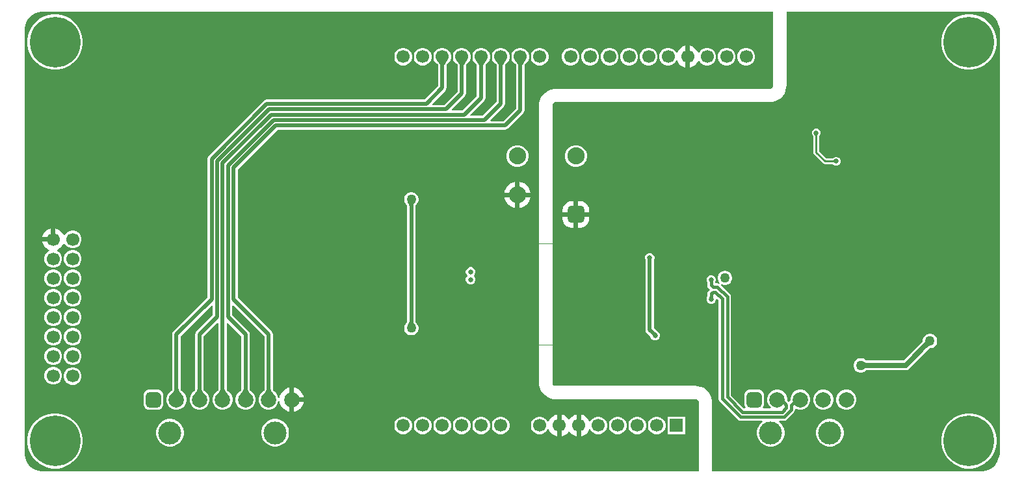
<source format=gbl>
G04*
G04 #@! TF.GenerationSoftware,Altium Limited,Altium Designer,22.8.2 (66)*
G04*
G04 Layer_Physical_Order=4*
G04 Layer_Color=16711680*
%FSLAX44Y44*%
%MOMM*%
G71*
G04*
G04 #@! TF.SameCoordinates,AF58AEFE-5498-464C-92CE-300A63243590*
G04*
G04*
G04 #@! TF.FilePolarity,Positive*
G04*
G01*
G75*
%ADD10C,0.2540*%
%ADD17C,0.0254*%
%ADD18C,0.0500*%
%ADD68C,0.6350*%
%ADD69C,0.5000*%
%ADD71C,0.3810*%
%ADD73C,3.0000*%
%ADD74C,2.0000*%
G04:AMPARAMS|DCode=75|XSize=2mm|YSize=2mm|CornerRadius=0.5mm|HoleSize=0mm|Usage=FLASHONLY|Rotation=180.000|XOffset=0mm|YOffset=0mm|HoleType=Round|Shape=RoundedRectangle|*
%AMROUNDEDRECTD75*
21,1,2.0000,1.0000,0,0,180.0*
21,1,1.0000,2.0000,0,0,180.0*
1,1,1.0000,-0.5000,0.5000*
1,1,1.0000,0.5000,0.5000*
1,1,1.0000,0.5000,-0.5000*
1,1,1.0000,-0.5000,-0.5000*
%
%ADD75ROUNDEDRECTD75*%
%ADD76C,1.7000*%
%ADD77R,1.7000X1.7000*%
%ADD78C,6.6000*%
%ADD79C,2.2400*%
G04:AMPARAMS|DCode=80|XSize=2.24mm|YSize=2.24mm|CornerRadius=0.56mm|HoleSize=0mm|Usage=FLASHONLY|Rotation=90.000|XOffset=0mm|YOffset=0mm|HoleType=Round|Shape=RoundedRectangle|*
%AMROUNDEDRECTD80*
21,1,2.2400,1.1200,0,0,90.0*
21,1,1.1200,2.2400,0,0,90.0*
1,1,1.1200,0.5600,0.5600*
1,1,1.1200,0.5600,-0.5600*
1,1,1.1200,-0.5600,-0.5600*
1,1,1.1200,-0.5600,0.5600*
%
%ADD80ROUNDEDRECTD80*%
%ADD81C,0.6350*%
%ADD82C,0.5500*%
%ADD83C,1.2700*%
%ADD84C,0.2540*%
G36*
X1256950Y601270D02*
X1259412D01*
X1264242Y600309D01*
X1268792Y598425D01*
X1272887Y595689D01*
X1276369Y592207D01*
X1279105Y588112D01*
X1280989Y583562D01*
X1281950Y578732D01*
Y576270D01*
Y26270D01*
Y23808D01*
X1280989Y18978D01*
X1279105Y14428D01*
X1276369Y10333D01*
X1272887Y6851D01*
X1268792Y4115D01*
X1264242Y2231D01*
X1259412Y1270D01*
X907624D01*
Y91550D01*
X907522Y93641D01*
X906706Y97744D01*
X905105Y101608D01*
X902781Y105085D01*
X899824Y108043D01*
X896346Y110367D01*
X892482Y111967D01*
X888380Y112783D01*
X886288Y112886D01*
X702892D01*
X701398Y113505D01*
X700255Y114648D01*
X699636Y116142D01*
Y116950D01*
Y478800D01*
Y479608D01*
X700255Y481102D01*
X701398Y482245D01*
X702892Y482864D01*
X982909D01*
X985000Y482967D01*
X989102Y483783D01*
X992966Y485383D01*
X996444Y487707D01*
X999402Y490665D01*
X1001725Y494142D01*
X1003326Y498007D01*
X1004142Y502109D01*
X1004245Y504200D01*
Y601270D01*
X1256950Y601270D01*
D02*
G37*
G36*
X986973Y504200D02*
Y503392D01*
X986354Y501898D01*
X985211Y500755D01*
X983717Y500136D01*
X703700D01*
X701609Y500033D01*
X697506Y499217D01*
X693642Y497617D01*
X690165Y495293D01*
X687207Y492335D01*
X684883Y488858D01*
X683283Y484994D01*
X682467Y480891D01*
X682364Y478800D01*
Y116950D01*
X682467Y114859D01*
X683283Y110757D01*
X684883Y106892D01*
X687207Y103415D01*
X690165Y100457D01*
X693642Y98133D01*
X697506Y96533D01*
X701609Y95717D01*
X703700Y95614D01*
X887097D01*
X888590Y94995D01*
X889734Y93852D01*
X890352Y92358D01*
Y91550D01*
Y1270D01*
X36950D01*
X34488Y1270D01*
X29658Y2231D01*
X25108Y4115D01*
X21013Y6851D01*
X17531Y10333D01*
X14795Y14428D01*
X12911Y18978D01*
X11950Y23808D01*
Y26270D01*
Y576270D01*
X11950Y578732D01*
X12911Y583562D01*
X14795Y588112D01*
X17531Y592207D01*
X21013Y595689D01*
X25108Y598425D01*
X29658Y600309D01*
X34488Y601270D01*
X36950D01*
X986973Y601270D01*
Y504200D01*
D02*
G37*
%LPC*%
G36*
X1244765Y597270D02*
X1239098D01*
X1233501Y596384D01*
X1228112Y594632D01*
X1223063Y592060D01*
X1218479Y588729D01*
X1214472Y584722D01*
X1211142Y580138D01*
X1208569Y575089D01*
X1206818Y569700D01*
X1205931Y564103D01*
Y558437D01*
X1206818Y552840D01*
X1208569Y547451D01*
X1211142Y542402D01*
X1214472Y537817D01*
X1218479Y533811D01*
X1223063Y530480D01*
X1228112Y527907D01*
X1233501Y526156D01*
X1239098Y525270D01*
X1244765D01*
X1250361Y526156D01*
X1255751Y527907D01*
X1260799Y530480D01*
X1265384Y533811D01*
X1269391Y537817D01*
X1272721Y542402D01*
X1275294Y547451D01*
X1277045Y552840D01*
X1277931Y558437D01*
Y564103D01*
X1277045Y569700D01*
X1275294Y575089D01*
X1272721Y580138D01*
X1269391Y584722D01*
X1265384Y588729D01*
X1260799Y592060D01*
X1255751Y594632D01*
X1250361Y596384D01*
X1244765Y597270D01*
D02*
G37*
G36*
X1044119Y448625D02*
X1041881D01*
X1039814Y447769D01*
X1038231Y446186D01*
X1037375Y444119D01*
Y441881D01*
X1038231Y439814D01*
X1039115Y438930D01*
Y417500D01*
X1039411Y416013D01*
X1040253Y414753D01*
X1051753Y403253D01*
X1053013Y402411D01*
X1054500Y402115D01*
X1064930D01*
X1065814Y401231D01*
X1067881Y400375D01*
X1070119D01*
X1072186Y401231D01*
X1073769Y402814D01*
X1074625Y404881D01*
Y407119D01*
X1073769Y409186D01*
X1072186Y410769D01*
X1070119Y411625D01*
X1067881D01*
X1065814Y410769D01*
X1064930Y409885D01*
X1056109D01*
X1046885Y419109D01*
Y438930D01*
X1047769Y439814D01*
X1048625Y441881D01*
Y444119D01*
X1047769Y446186D01*
X1046186Y447769D01*
X1044119Y448625D01*
D02*
G37*
G36*
X732120Y426950D02*
X728381D01*
X724769Y425982D01*
X721531Y424113D01*
X718887Y421469D01*
X717018Y418231D01*
X716050Y414619D01*
Y410881D01*
X717018Y407269D01*
X718887Y404031D01*
X721531Y401387D01*
X724769Y399518D01*
X728381Y398550D01*
X732120D01*
X735731Y399518D01*
X738969Y401387D01*
X741613Y404031D01*
X743482Y407269D01*
X744450Y410881D01*
Y414619D01*
X743482Y418231D01*
X741613Y421469D01*
X738969Y424113D01*
X735731Y425982D01*
X732120Y426950D01*
D02*
G37*
G36*
X735850Y353850D02*
X733250D01*
Y339550D01*
X747550D01*
Y342150D01*
X747151Y345178D01*
X745983Y348000D01*
X744123Y350423D01*
X741700Y352283D01*
X738878Y353451D01*
X735850Y353850D01*
D02*
G37*
G36*
X727250D02*
X724650D01*
X721622Y353451D01*
X718800Y352283D01*
X716377Y350423D01*
X714517Y348000D01*
X713349Y345178D01*
X712950Y342150D01*
Y339550D01*
X727250D01*
Y353850D01*
D02*
G37*
G36*
X747550Y333550D02*
X733250D01*
Y319250D01*
X735850D01*
X738878Y319649D01*
X741700Y320817D01*
X744123Y322677D01*
X745983Y325100D01*
X747151Y327922D01*
X747550Y330950D01*
Y333550D01*
D02*
G37*
G36*
X727250D02*
X712950D01*
Y330950D01*
X713349Y327922D01*
X714517Y325100D01*
X716377Y322677D01*
X718800Y320817D01*
X721622Y319649D01*
X724650Y319250D01*
X727250D01*
Y333550D01*
D02*
G37*
G36*
X925481Y263100D02*
X923019D01*
X920641Y262463D01*
X918509Y261232D01*
X916768Y259491D01*
X915537Y257359D01*
X914900Y254981D01*
Y252519D01*
X915537Y250141D01*
X916768Y248009D01*
X917508Y247269D01*
X916698Y246283D01*
X916290Y246555D01*
X914376Y246936D01*
X912521D01*
X912347Y247091D01*
X911777Y248206D01*
X912533Y250032D01*
Y252488D01*
X911593Y254758D01*
X909856Y256495D01*
X907586Y257435D01*
X905130D01*
X902860Y256495D01*
X901123Y254758D01*
X900183Y252488D01*
Y250032D01*
X901123Y247762D01*
X901357Y247528D01*
Y244167D01*
X901738Y242253D01*
X902822Y240631D01*
X904692Y238760D01*
X902822Y236889D01*
X901738Y235267D01*
X901357Y233353D01*
Y229992D01*
X901123Y229758D01*
X900183Y227488D01*
Y225032D01*
X901123Y222762D01*
X902860Y221025D01*
X905130Y220085D01*
X907586D01*
X909856Y221025D01*
X911593Y222762D01*
X912533Y225032D01*
Y225930D01*
X913803Y226456D01*
X915868Y224391D01*
Y96003D01*
X916248Y94089D01*
X917333Y92466D01*
X940945Y68854D01*
X942568Y67770D01*
X944482Y67389D01*
X972615D01*
X972983Y66174D01*
X972397Y65781D01*
X969890Y63274D01*
X967920Y60326D01*
X966563Y57050D01*
X965871Y53573D01*
Y50027D01*
X966563Y46550D01*
X967920Y43274D01*
X969890Y40326D01*
X972397Y37819D01*
X975345Y35849D01*
X978621Y34492D01*
X982098Y33800D01*
X985644D01*
X989121Y34492D01*
X992397Y35849D01*
X995345Y37819D01*
X997852Y40326D01*
X999822Y43274D01*
X1001179Y46550D01*
X1001871Y50027D01*
Y53573D01*
X1001179Y57050D01*
X999822Y60326D01*
X997852Y63274D01*
X995345Y65781D01*
X994759Y66174D01*
X995127Y67389D01*
X1000966D01*
X1002879Y67770D01*
X1004502Y68854D01*
X1014082Y78434D01*
X1015166Y80056D01*
X1015547Y81970D01*
Y82659D01*
X1016647Y83294D01*
X1017353Y82886D01*
X1020659Y82000D01*
X1024082D01*
X1027389Y82886D01*
X1030353Y84597D01*
X1032774Y87018D01*
X1034485Y89982D01*
X1035371Y93288D01*
Y96712D01*
X1034485Y100018D01*
X1032774Y102982D01*
X1030353Y105403D01*
X1027389Y107114D01*
X1024082Y108000D01*
X1020659D01*
X1017353Y107114D01*
X1014389Y105403D01*
X1011968Y102982D01*
X1010257Y100018D01*
X1009371Y96712D01*
Y93611D01*
X1009242Y93525D01*
X1007371Y91655D01*
X1005500Y93525D01*
X1005371Y93611D01*
Y96712D01*
X1004485Y100018D01*
X1002774Y102982D01*
X1000353Y105403D01*
X997389Y107114D01*
X994082Y108000D01*
X990659D01*
X987353Y107114D01*
X984389Y105403D01*
X981968Y102982D01*
X980257Y100018D01*
X979371Y96712D01*
Y93288D01*
X980257Y89982D01*
X981968Y87018D01*
X983975Y85011D01*
X983449Y83741D01*
X974253D01*
X973627Y85011D01*
X974359Y85965D01*
X975165Y87912D01*
X975440Y90000D01*
Y100000D01*
X975165Y102088D01*
X974359Y104035D01*
X973077Y105706D01*
X971406Y106988D01*
X969460Y107794D01*
X967371Y108069D01*
X957371D01*
X955283Y107794D01*
X953336Y106988D01*
X951665Y105706D01*
X950383Y104035D01*
X949577Y102088D01*
X949302Y100000D01*
Y90000D01*
X949577Y87912D01*
X950383Y85965D01*
X951115Y85011D01*
X950489Y83741D01*
X949183D01*
X932220Y100704D01*
Y229093D01*
X931839Y231006D01*
X930755Y232629D01*
X918682Y244701D01*
X919462Y245718D01*
X920641Y245037D01*
X923019Y244400D01*
X925481D01*
X927859Y245037D01*
X929991Y246268D01*
X931732Y248009D01*
X932963Y250141D01*
X933600Y252519D01*
Y254981D01*
X932963Y257359D01*
X931732Y259491D01*
X929991Y261232D01*
X927859Y262463D01*
X925481Y263100D01*
D02*
G37*
G36*
X827478Y286355D02*
X825022D01*
X822752Y285415D01*
X821015Y283678D01*
X820075Y281409D01*
Y278952D01*
X820642Y277583D01*
Y185946D01*
X821069Y183800D01*
X822285Y181980D01*
X827189Y177076D01*
X828015Y175082D01*
X829752Y173346D01*
X832022Y172405D01*
X834478D01*
X836748Y173346D01*
X838485Y175082D01*
X839425Y177352D01*
Y179809D01*
X838485Y182078D01*
X836748Y183815D01*
X836002Y184124D01*
X831858Y188269D01*
Y277583D01*
X832425Y278952D01*
Y281409D01*
X831485Y283678D01*
X829748Y285415D01*
X827478Y286355D01*
D02*
G37*
G36*
X1192491Y180800D02*
X1190029D01*
X1187651Y180163D01*
X1185519Y178932D01*
X1183778Y177191D01*
X1182547Y175059D01*
X1181910Y172681D01*
Y171004D01*
X1156902Y145996D01*
X1108017D01*
X1106831Y147182D01*
X1104699Y148413D01*
X1102321Y149050D01*
X1099859D01*
X1097481Y148413D01*
X1095349Y147182D01*
X1093608Y145441D01*
X1092377Y143309D01*
X1091740Y140931D01*
Y138469D01*
X1092377Y136091D01*
X1093608Y133959D01*
X1095349Y132218D01*
X1097481Y130987D01*
X1099859Y130350D01*
X1102321D01*
X1104699Y130987D01*
X1106831Y132218D01*
X1108017Y133404D01*
X1159510D01*
X1161919Y133883D01*
X1163962Y135248D01*
X1190814Y162100D01*
X1192491D01*
X1194869Y162737D01*
X1197001Y163968D01*
X1198742Y165709D01*
X1199973Y167841D01*
X1200610Y170219D01*
Y172681D01*
X1199973Y175059D01*
X1198742Y177191D01*
X1197001Y178932D01*
X1194869Y180163D01*
X1192491Y180800D01*
D02*
G37*
G36*
X1084082Y108000D02*
X1080659D01*
X1077353Y107114D01*
X1074389Y105403D01*
X1071968Y102982D01*
X1070257Y100018D01*
X1069371Y96712D01*
Y93288D01*
X1070257Y89982D01*
X1071968Y87018D01*
X1074389Y84597D01*
X1077353Y82886D01*
X1080659Y82000D01*
X1084082D01*
X1087389Y82886D01*
X1090353Y84597D01*
X1092774Y87018D01*
X1094485Y89982D01*
X1095371Y93288D01*
Y96712D01*
X1094485Y100018D01*
X1092774Y102982D01*
X1090353Y105403D01*
X1087389Y107114D01*
X1084082Y108000D01*
D02*
G37*
G36*
X1054082D02*
X1050659D01*
X1047353Y107114D01*
X1044389Y105403D01*
X1041968Y102982D01*
X1040257Y100018D01*
X1039371Y96712D01*
Y93288D01*
X1040257Y89982D01*
X1041968Y87018D01*
X1044389Y84597D01*
X1047353Y82886D01*
X1050659Y82000D01*
X1054082D01*
X1057389Y82886D01*
X1060353Y84597D01*
X1062774Y87018D01*
X1064485Y89982D01*
X1065371Y93288D01*
Y96712D01*
X1064485Y100018D01*
X1062774Y102982D01*
X1060353Y105403D01*
X1057389Y107114D01*
X1054082Y108000D01*
D02*
G37*
G36*
X1062644Y69800D02*
X1059098D01*
X1055621Y69108D01*
X1052345Y67751D01*
X1049397Y65781D01*
X1046889Y63274D01*
X1044920Y60326D01*
X1043563Y57050D01*
X1042871Y53573D01*
Y50027D01*
X1043563Y46550D01*
X1044920Y43274D01*
X1046889Y40326D01*
X1049397Y37819D01*
X1052345Y35849D01*
X1055621Y34492D01*
X1059098Y33800D01*
X1062644D01*
X1066121Y34492D01*
X1069397Y35849D01*
X1072345Y37819D01*
X1074853Y40326D01*
X1076822Y43274D01*
X1078179Y46550D01*
X1078871Y50027D01*
Y53573D01*
X1078179Y57050D01*
X1076822Y60326D01*
X1074853Y63274D01*
X1072345Y65781D01*
X1069397Y67751D01*
X1066121Y69108D01*
X1062644Y69800D01*
D02*
G37*
G36*
X1244765Y77270D02*
X1239098D01*
X1233501Y76384D01*
X1228112Y74633D01*
X1223063Y72060D01*
X1218479Y68729D01*
X1214472Y64722D01*
X1211142Y60138D01*
X1208569Y55089D01*
X1206818Y49700D01*
X1205931Y44103D01*
Y38437D01*
X1206818Y32840D01*
X1208569Y27451D01*
X1211142Y22402D01*
X1214472Y17817D01*
X1218479Y13811D01*
X1223063Y10480D01*
X1228112Y7908D01*
X1233501Y6156D01*
X1239098Y5270D01*
X1244765D01*
X1250361Y6156D01*
X1255751Y7908D01*
X1260799Y10480D01*
X1265384Y13811D01*
X1269391Y17817D01*
X1272721Y22402D01*
X1275294Y27451D01*
X1277045Y32840D01*
X1277931Y38437D01*
Y44103D01*
X1277045Y49700D01*
X1275294Y55089D01*
X1272721Y60138D01*
X1269391Y64722D01*
X1265384Y68729D01*
X1260799Y72060D01*
X1255751Y74633D01*
X1250361Y76384D01*
X1244765Y77270D01*
D02*
G37*
%LPD*%
G36*
X1045042Y440539D02*
X1044880Y440332D01*
X1044737Y440111D01*
X1044613Y439877D01*
X1044508Y439629D01*
X1044422Y439367D01*
X1044356Y439092D01*
X1044308Y438803D01*
X1044279Y438501D01*
X1044270Y438185D01*
X1041730D01*
X1041721Y438501D01*
X1041692Y438803D01*
X1041644Y439092D01*
X1041578Y439367D01*
X1041492Y439629D01*
X1041387Y439877D01*
X1041263Y440111D01*
X1041120Y440332D01*
X1040958Y440539D01*
X1040778Y440733D01*
X1045222D01*
X1045042Y440539D01*
D02*
G37*
G36*
X1066733Y403778D02*
X1066539Y403959D01*
X1066332Y404120D01*
X1066111Y404263D01*
X1065877Y404387D01*
X1065629Y404492D01*
X1065367Y404578D01*
X1065092Y404644D01*
X1064803Y404692D01*
X1064501Y404720D01*
X1064185Y404730D01*
Y407270D01*
X1064501Y407280D01*
X1064803Y407308D01*
X1065092Y407356D01*
X1065367Y407422D01*
X1065629Y407508D01*
X1065877Y407613D01*
X1066111Y407737D01*
X1066332Y407880D01*
X1066539Y408041D01*
X1066733Y408223D01*
Y403778D01*
D02*
G37*
G36*
X908520Y248915D02*
X908466Y248806D01*
X908419Y248666D01*
X908377Y248495D01*
X908342Y248293D01*
X908292Y247795D01*
X908266Y247173D01*
X908263Y246815D01*
X904453D01*
X904450Y247173D01*
X904374Y248293D01*
X904339Y248495D01*
X904297Y248666D01*
X904250Y248806D01*
X904196Y248915D01*
X904136Y248993D01*
X908580D01*
X908520Y248915D01*
D02*
G37*
G36*
X908266Y230347D02*
X908342Y229227D01*
X908377Y229025D01*
X908419Y228854D01*
X908466Y228714D01*
X908520Y228605D01*
X908580Y228527D01*
X904136D01*
X904196Y228605D01*
X904250Y228714D01*
X904297Y228854D01*
X904339Y229025D01*
X904374Y229227D01*
X904424Y229725D01*
X904450Y230347D01*
X904453Y230705D01*
X908263D01*
X908266Y230347D01*
D02*
G37*
G36*
X1191197Y165100D02*
X1190834Y165079D01*
X1190456Y165007D01*
X1190065Y164885D01*
X1189659Y164712D01*
X1189239Y164490D01*
X1188804Y164217D01*
X1188355Y163894D01*
X1187892Y163520D01*
X1186922Y162622D01*
X1182432Y167112D01*
X1182906Y167604D01*
X1183704Y168545D01*
X1184027Y168994D01*
X1184300Y169429D01*
X1184522Y169849D01*
X1184695Y170255D01*
X1184817Y170646D01*
X1184889Y171024D01*
X1184910Y171387D01*
X1191197Y165100D01*
D02*
G37*
G36*
X1105897Y143904D02*
X1106214Y143688D01*
X1106577Y143497D01*
X1106986Y143332D01*
X1107441Y143193D01*
X1107941Y143078D01*
X1108487Y142989D01*
X1109079Y142926D01*
X1110399Y142875D01*
Y136525D01*
X1109716Y136512D01*
X1108487Y136411D01*
X1107941Y136322D01*
X1107441Y136208D01*
X1106986Y136068D01*
X1106577Y135903D01*
X1106214Y135712D01*
X1105897Y135496D01*
X1105625Y135255D01*
Y144145D01*
X1105897Y143904D01*
D02*
G37*
%LPC*%
G36*
X872721Y556510D02*
X870125Y555814D01*
X866818Y553905D01*
X864118Y551205D01*
X862210Y547899D01*
X862091Y547456D01*
X860728Y547277D01*
X859524Y549363D01*
X857383Y551504D01*
X854760Y553018D01*
X851835Y553802D01*
X848807D01*
X845883Y553018D01*
X843260Y551504D01*
X841119Y549363D01*
X839605Y546741D01*
X838821Y543816D01*
Y540788D01*
X839605Y537863D01*
X841119Y535241D01*
X843260Y533100D01*
X845883Y531586D01*
X848807Y530802D01*
X851835D01*
X854760Y531586D01*
X857383Y533100D01*
X859524Y535241D01*
X860728Y537327D01*
X862091Y537148D01*
X862210Y536705D01*
X864118Y533399D01*
X866818Y530699D01*
X870125Y528790D01*
X872721Y528094D01*
Y542302D01*
Y556510D01*
D02*
G37*
G36*
X953435Y553802D02*
X950407D01*
X947483Y553018D01*
X944860Y551504D01*
X942719Y549363D01*
X941205Y546741D01*
X940421Y543816D01*
Y540788D01*
X941205Y537863D01*
X942719Y535241D01*
X944860Y533100D01*
X947483Y531586D01*
X950407Y530802D01*
X953435D01*
X956360Y531586D01*
X958983Y533100D01*
X961124Y535241D01*
X962638Y537863D01*
X963421Y540788D01*
Y543816D01*
X962638Y546741D01*
X961124Y549363D01*
X958983Y551504D01*
X956360Y553018D01*
X953435Y553802D01*
D02*
G37*
G36*
X928035D02*
X925007D01*
X922083Y553018D01*
X919460Y551504D01*
X917319Y549363D01*
X915805Y546741D01*
X915021Y543816D01*
Y540788D01*
X915805Y537863D01*
X917319Y535241D01*
X919460Y533100D01*
X922083Y531586D01*
X925007Y530802D01*
X928035D01*
X930960Y531586D01*
X933583Y533100D01*
X935724Y535241D01*
X937238Y537863D01*
X938021Y540788D01*
Y543816D01*
X937238Y546741D01*
X935724Y549363D01*
X933583Y551504D01*
X930960Y553018D01*
X928035Y553802D01*
D02*
G37*
G36*
X878721Y556510D02*
Y542302D01*
Y528094D01*
X881318Y528790D01*
X884625Y530699D01*
X887324Y533399D01*
X889233Y536705D01*
X889352Y537148D01*
X890715Y537327D01*
X891919Y535241D01*
X894060Y533100D01*
X896683Y531586D01*
X899607Y530802D01*
X902635D01*
X905560Y531586D01*
X908183Y533100D01*
X910324Y535241D01*
X911838Y537863D01*
X912621Y540788D01*
Y543816D01*
X911838Y546741D01*
X910324Y549363D01*
X908183Y551504D01*
X905560Y553018D01*
X902635Y553802D01*
X899607D01*
X896683Y553018D01*
X894060Y551504D01*
X891919Y549363D01*
X890715Y547277D01*
X889352Y547456D01*
X889233Y547899D01*
X887324Y551205D01*
X884625Y553905D01*
X881318Y555814D01*
X878721Y556510D01*
D02*
G37*
G36*
X826435Y553802D02*
X823407D01*
X820483Y553018D01*
X817860Y551504D01*
X815719Y549363D01*
X814205Y546741D01*
X813421Y543816D01*
Y540788D01*
X814205Y537863D01*
X815719Y535241D01*
X817860Y533100D01*
X820483Y531586D01*
X823407Y530802D01*
X826435D01*
X829360Y531586D01*
X831983Y533100D01*
X834124Y535241D01*
X835638Y537863D01*
X836421Y540788D01*
Y543816D01*
X835638Y546741D01*
X834124Y549363D01*
X831983Y551504D01*
X829360Y553018D01*
X826435Y553802D01*
D02*
G37*
G36*
X801035D02*
X798007D01*
X795083Y553018D01*
X792460Y551504D01*
X790319Y549363D01*
X788805Y546741D01*
X788021Y543816D01*
Y540788D01*
X788805Y537863D01*
X790319Y535241D01*
X792460Y533100D01*
X795083Y531586D01*
X798007Y530802D01*
X801035D01*
X803960Y531586D01*
X806583Y533100D01*
X808724Y535241D01*
X810238Y537863D01*
X811021Y540788D01*
Y543816D01*
X810238Y546741D01*
X808724Y549363D01*
X806583Y551504D01*
X803960Y553018D01*
X801035Y553802D01*
D02*
G37*
G36*
X775635D02*
X772607D01*
X769683Y553018D01*
X767060Y551504D01*
X764919Y549363D01*
X763405Y546741D01*
X762621Y543816D01*
Y540788D01*
X763405Y537863D01*
X764919Y535241D01*
X767060Y533100D01*
X769683Y531586D01*
X772607Y530802D01*
X775635D01*
X778560Y531586D01*
X781183Y533100D01*
X783324Y535241D01*
X784838Y537863D01*
X785621Y540788D01*
Y543816D01*
X784838Y546741D01*
X783324Y549363D01*
X781183Y551504D01*
X778560Y553018D01*
X775635Y553802D01*
D02*
G37*
G36*
X750235D02*
X747207D01*
X744283Y553018D01*
X741660Y551504D01*
X739519Y549363D01*
X738005Y546741D01*
X737221Y543816D01*
Y540788D01*
X738005Y537863D01*
X739519Y535241D01*
X741660Y533100D01*
X744283Y531586D01*
X747207Y530802D01*
X750235D01*
X753160Y531586D01*
X755783Y533100D01*
X757924Y535241D01*
X759438Y537863D01*
X760221Y540788D01*
Y543816D01*
X759438Y546741D01*
X757924Y549363D01*
X755783Y551504D01*
X753160Y553018D01*
X750235Y553802D01*
D02*
G37*
G36*
X724835D02*
X721807D01*
X718883Y553018D01*
X716260Y551504D01*
X714119Y549363D01*
X712605Y546741D01*
X711821Y543816D01*
Y540788D01*
X712605Y537863D01*
X714119Y535241D01*
X716260Y533100D01*
X718883Y531586D01*
X721807Y530802D01*
X724835D01*
X727760Y531586D01*
X730383Y533100D01*
X732524Y535241D01*
X734038Y537863D01*
X734821Y540788D01*
Y543816D01*
X734038Y546741D01*
X732524Y549363D01*
X730383Y551504D01*
X727760Y553018D01*
X724835Y553802D01*
D02*
G37*
G36*
X684551D02*
X681523D01*
X678599Y553018D01*
X675976Y551504D01*
X673835Y549363D01*
X672321Y546741D01*
X671537Y543816D01*
Y540788D01*
X672321Y537863D01*
X673835Y535241D01*
X675976Y533100D01*
X678599Y531586D01*
X681523Y530802D01*
X684551D01*
X687476Y531586D01*
X690099Y533100D01*
X692240Y535241D01*
X693754Y537863D01*
X694537Y540788D01*
Y543816D01*
X693754Y546741D01*
X692240Y549363D01*
X690099Y551504D01*
X687476Y553018D01*
X684551Y553802D01*
D02*
G37*
G36*
X532151D02*
X529123D01*
X526199Y553018D01*
X523576Y551504D01*
X521435Y549363D01*
X519921Y546741D01*
X519137Y543816D01*
Y540788D01*
X519921Y537863D01*
X521435Y535241D01*
X523576Y533100D01*
X526199Y531586D01*
X529123Y530802D01*
X532151D01*
X535076Y531586D01*
X537699Y533100D01*
X539840Y535241D01*
X541354Y537863D01*
X542137Y540788D01*
Y543816D01*
X541354Y546741D01*
X539840Y549363D01*
X537699Y551504D01*
X535076Y553018D01*
X532151Y553802D01*
D02*
G37*
G36*
X506751D02*
X503723D01*
X500799Y553018D01*
X498176Y551504D01*
X496035Y549363D01*
X494521Y546741D01*
X493737Y543816D01*
Y540788D01*
X494521Y537863D01*
X496035Y535241D01*
X498176Y533100D01*
X500799Y531586D01*
X503723Y530802D01*
X506751D01*
X509676Y531586D01*
X512299Y533100D01*
X514440Y535241D01*
X515954Y537863D01*
X516737Y540788D01*
Y543816D01*
X515954Y546741D01*
X514440Y549363D01*
X512299Y551504D01*
X509676Y553018D01*
X506751Y553802D01*
D02*
G37*
G36*
X54765Y597270D02*
X49098D01*
X43501Y596384D01*
X38112Y594632D01*
X33063Y592060D01*
X28479Y588729D01*
X24472Y584722D01*
X21142Y580138D01*
X18569Y575089D01*
X16818Y569700D01*
X15931Y564103D01*
Y558437D01*
X16818Y552840D01*
X18569Y547451D01*
X21142Y542402D01*
X24472Y537817D01*
X28479Y533811D01*
X33063Y530480D01*
X38112Y527907D01*
X43501Y526156D01*
X49098Y525270D01*
X54765D01*
X60361Y526156D01*
X65751Y527907D01*
X70799Y530480D01*
X75384Y533811D01*
X79391Y537817D01*
X82721Y542402D01*
X85294Y547451D01*
X87045Y552840D01*
X87931Y558437D01*
Y564103D01*
X87045Y569700D01*
X85294Y575089D01*
X82721Y580138D01*
X79391Y584722D01*
X75384Y588729D01*
X70799Y592060D01*
X65751Y594632D01*
X60361Y596384D01*
X54765Y597270D01*
D02*
G37*
G36*
X659151Y553802D02*
X656123D01*
X653199Y553018D01*
X650576Y551504D01*
X648435Y549363D01*
X646921Y546741D01*
X646137Y543816D01*
Y540788D01*
X646921Y537863D01*
X648435Y535241D01*
X650576Y533100D01*
X652030Y532261D01*
Y474710D01*
X635549Y458230D01*
X619070D01*
X618584Y459403D01*
X636203Y477022D01*
X637418Y478841D01*
X637845Y480987D01*
Y532261D01*
X639299Y533100D01*
X641440Y535241D01*
X642954Y537863D01*
X643737Y540788D01*
Y543816D01*
X642954Y546741D01*
X641440Y549363D01*
X639299Y551504D01*
X636676Y553018D01*
X633751Y553802D01*
X630723D01*
X627799Y553018D01*
X625176Y551504D01*
X623035Y549363D01*
X621521Y546741D01*
X620737Y543816D01*
Y540788D01*
X621521Y537863D01*
X623035Y535241D01*
X625176Y533100D01*
X626630Y532261D01*
Y483310D01*
X608581Y465262D01*
X592852D01*
X592366Y466435D01*
X610715Y484785D01*
X611931Y486604D01*
X612358Y488750D01*
Y532210D01*
X613899Y533100D01*
X616040Y535241D01*
X617554Y537863D01*
X618337Y540788D01*
Y543816D01*
X617554Y546741D01*
X616040Y549363D01*
X613899Y551504D01*
X611276Y553018D01*
X608351Y553802D01*
X605323D01*
X602399Y553018D01*
X599776Y551504D01*
X597635Y549363D01*
X596121Y546741D01*
X595337Y543816D01*
Y540788D01*
X596121Y537863D01*
X597635Y535241D01*
X599776Y533100D01*
X601142Y532311D01*
Y491073D01*
X582363Y472294D01*
X568884D01*
X568398Y473467D01*
X585403Y490472D01*
X586618Y492291D01*
X587045Y494437D01*
Y532261D01*
X588499Y533100D01*
X590640Y535241D01*
X592154Y537863D01*
X592937Y540788D01*
Y543816D01*
X592154Y546741D01*
X590640Y549363D01*
X588499Y551504D01*
X585876Y553018D01*
X582951Y553802D01*
X579923D01*
X576999Y553018D01*
X574376Y551504D01*
X572235Y549363D01*
X570721Y546741D01*
X569937Y543816D01*
Y540788D01*
X570721Y537863D01*
X572235Y535241D01*
X574376Y533100D01*
X575830Y532261D01*
Y496760D01*
X558395Y479326D01*
X543416D01*
X542930Y480499D01*
X560003Y497572D01*
X561218Y499391D01*
X561645Y501537D01*
Y532261D01*
X563099Y533100D01*
X565240Y535241D01*
X566754Y537863D01*
X567537Y540788D01*
Y543816D01*
X566754Y546741D01*
X565240Y549363D01*
X563099Y551504D01*
X560476Y553018D01*
X557551Y553802D01*
X554523D01*
X551599Y553018D01*
X548976Y551504D01*
X546835Y549363D01*
X545321Y546741D01*
X544537Y543816D01*
Y540788D01*
X545321Y537863D01*
X546835Y535241D01*
X548976Y533100D01*
X550430Y532261D01*
Y503860D01*
X532927Y486358D01*
X327611D01*
X325465Y485931D01*
X323645Y484715D01*
X251971Y413041D01*
X250755Y411222D01*
X250328Y409076D01*
Y228259D01*
X206035Y183965D01*
X204819Y182146D01*
X204392Y180000D01*
Y107191D01*
X204123Y106726D01*
X204003Y106549D01*
X202018Y105402D01*
X199597Y102982D01*
X197886Y100018D01*
X197000Y96711D01*
Y93288D01*
X197886Y89982D01*
X199597Y87018D01*
X202018Y84597D01*
X204982Y82886D01*
X208288Y82000D01*
X211712D01*
X215018Y82886D01*
X217982Y84597D01*
X220403Y87018D01*
X222114Y89982D01*
X223000Y93288D01*
Y96711D01*
X222114Y100018D01*
X220403Y102982D01*
X217982Y105402D01*
X215997Y106549D01*
X215876Y106726D01*
X215608Y107191D01*
Y177677D01*
X256187Y218256D01*
X257360Y217770D01*
Y205291D01*
X236035Y183965D01*
X234819Y182146D01*
X234392Y180000D01*
Y107191D01*
X234123Y106726D01*
X234003Y106549D01*
X232018Y105402D01*
X229597Y102982D01*
X227886Y100018D01*
X227000Y96711D01*
Y93288D01*
X227886Y89982D01*
X229597Y87018D01*
X232018Y84597D01*
X234982Y82886D01*
X238288Y82000D01*
X241712D01*
X245018Y82886D01*
X247982Y84597D01*
X250403Y87018D01*
X252114Y89982D01*
X253000Y93288D01*
Y96711D01*
X252114Y100018D01*
X250403Y102982D01*
X247982Y105402D01*
X245997Y106549D01*
X245876Y106726D01*
X245608Y107191D01*
Y177677D01*
X263219Y195288D01*
X264392Y194802D01*
Y107191D01*
X264123Y106726D01*
X264003Y106549D01*
X262018Y105402D01*
X259597Y102982D01*
X257886Y100018D01*
X257000Y96711D01*
Y93288D01*
X257886Y89982D01*
X259597Y87018D01*
X262018Y84597D01*
X264982Y82886D01*
X268288Y82000D01*
X271711D01*
X275018Y82886D01*
X277982Y84597D01*
X280403Y87018D01*
X282114Y89982D01*
X283000Y93288D01*
Y96711D01*
X282114Y100018D01*
X280403Y102982D01*
X277982Y105402D01*
X275997Y106549D01*
X275876Y106726D01*
X275608Y107191D01*
Y194802D01*
X276781Y195288D01*
X294392Y177677D01*
Y107191D01*
X294123Y106726D01*
X294003Y106549D01*
X292018Y105402D01*
X289597Y102982D01*
X287886Y100018D01*
X287000Y96711D01*
Y93288D01*
X287886Y89982D01*
X289597Y87018D01*
X292018Y84597D01*
X294982Y82886D01*
X298288Y82000D01*
X301711D01*
X305018Y82886D01*
X307982Y84597D01*
X310403Y87018D01*
X312114Y89982D01*
X313000Y93288D01*
Y96711D01*
X312114Y100018D01*
X310403Y102982D01*
X307982Y105402D01*
X305997Y106549D01*
X305876Y106726D01*
X305608Y107191D01*
Y180000D01*
X305181Y182146D01*
X303965Y183965D01*
X282640Y205291D01*
Y217770D01*
X283813Y218256D01*
X324392Y177677D01*
Y107191D01*
X324123Y106726D01*
X324003Y106549D01*
X322018Y105402D01*
X319597Y102982D01*
X317886Y100018D01*
X317000Y96711D01*
Y93288D01*
X317886Y89982D01*
X319597Y87018D01*
X322018Y84597D01*
X324982Y82886D01*
X328288Y82000D01*
X331711D01*
X335018Y82886D01*
X337982Y84597D01*
X340402Y87018D01*
X342114Y89982D01*
X342846Y92714D01*
X344150Y92672D01*
X344615Y90333D01*
X345821Y87421D01*
X347572Y84800D01*
X349800Y82572D01*
X352421Y80821D01*
X355333Y79615D01*
X357000Y79283D01*
Y95000D01*
Y110716D01*
X355333Y110385D01*
X352421Y109179D01*
X349800Y107428D01*
X347572Y105199D01*
X345821Y102579D01*
X344615Y99667D01*
X344150Y97328D01*
X342846Y97285D01*
X342114Y100018D01*
X340402Y102982D01*
X337982Y105402D01*
X335997Y106549D01*
X335876Y106726D01*
X335608Y107191D01*
Y180000D01*
X335181Y182146D01*
X333965Y183965D01*
X289672Y228259D01*
Y395102D01*
X341584Y447014D01*
X637872D01*
X640018Y447441D01*
X641837Y448657D01*
X661603Y468422D01*
X662818Y470241D01*
X663245Y472387D01*
Y532261D01*
X664699Y533100D01*
X666840Y535241D01*
X668354Y537863D01*
X669137Y540788D01*
Y543816D01*
X668354Y546741D01*
X666840Y549363D01*
X664699Y551504D01*
X662076Y553018D01*
X659151Y553802D01*
D02*
G37*
G36*
X655919Y426950D02*
X652180D01*
X648569Y425982D01*
X645331Y424113D01*
X642687Y421469D01*
X640818Y418231D01*
X639850Y414619D01*
Y410881D01*
X640818Y407269D01*
X642687Y404031D01*
X645331Y401387D01*
X648569Y399518D01*
X652180Y398550D01*
X655919D01*
X659531Y399518D01*
X662769Y401387D01*
X665413Y404031D01*
X667282Y407269D01*
X668250Y410881D01*
Y414619D01*
X667282Y418231D01*
X665413Y421469D01*
X662769Y424113D01*
X659531Y425982D01*
X655919Y426950D01*
D02*
G37*
G36*
X657050Y378890D02*
Y364950D01*
X670990D01*
X670589Y366967D01*
X669292Y370097D01*
X667410Y372914D01*
X665014Y375310D01*
X662197Y377192D01*
X659067Y378489D01*
X657050Y378890D01*
D02*
G37*
G36*
X651050D02*
X649033Y378489D01*
X645903Y377192D01*
X643086Y375310D01*
X640690Y372914D01*
X638808Y370097D01*
X637511Y366967D01*
X637110Y364950D01*
X651050D01*
Y378890D01*
D02*
G37*
G36*
X670990Y358950D02*
X657050D01*
Y345010D01*
X659067Y345411D01*
X662197Y346708D01*
X665014Y348590D01*
X667410Y350986D01*
X669292Y353803D01*
X670589Y356933D01*
X670990Y358950D01*
D02*
G37*
G36*
X651050D02*
X637110D01*
X637511Y356933D01*
X638808Y353803D01*
X640690Y350986D01*
X643086Y348590D01*
X645903Y346708D01*
X649033Y345411D01*
X651050Y345010D01*
Y358950D01*
D02*
G37*
G36*
X46403Y318208D02*
X43807Y317512D01*
X40500Y315603D01*
X37801Y312903D01*
X35892Y309597D01*
X35196Y307000D01*
X46403D01*
Y318208D01*
D02*
G37*
G36*
X52403D02*
Y304000D01*
X49403D01*
Y301000D01*
X35196D01*
X35892Y298403D01*
X37801Y295097D01*
X40500Y292397D01*
X43807Y290488D01*
X44249Y290370D01*
X44429Y289007D01*
X42342Y287802D01*
X40201Y285661D01*
X38687Y283039D01*
X37903Y280114D01*
Y277086D01*
X38687Y274161D01*
X40201Y271539D01*
X42342Y269398D01*
X44965Y267884D01*
X47889Y267100D01*
X50917D01*
X53842Y267884D01*
X56465Y269398D01*
X58606Y271539D01*
X60120Y274161D01*
X60903Y277086D01*
Y280114D01*
X60120Y283039D01*
X58606Y285661D01*
X56465Y287802D01*
X54378Y289007D01*
X54558Y290370D01*
X55000Y290488D01*
X58307Y292397D01*
X61006Y295097D01*
X62915Y298403D01*
X63034Y298846D01*
X64397Y299025D01*
X65601Y296939D01*
X67742Y294798D01*
X70365Y293284D01*
X73289Y292500D01*
X76317D01*
X79242Y293284D01*
X81865Y294798D01*
X84006Y296939D01*
X85520Y299561D01*
X86303Y302486D01*
Y305514D01*
X85520Y308439D01*
X84006Y311061D01*
X81865Y313202D01*
X79242Y314716D01*
X76317Y315500D01*
X73289D01*
X70365Y314716D01*
X67742Y313202D01*
X65601Y311061D01*
X64397Y308975D01*
X63034Y309154D01*
X62915Y309597D01*
X61006Y312903D01*
X58307Y315603D01*
X55000Y317512D01*
X52403Y318208D01*
D02*
G37*
G36*
X76317Y290100D02*
X73289D01*
X70365Y289316D01*
X67742Y287802D01*
X65601Y285661D01*
X64087Y283039D01*
X63303Y280114D01*
Y277086D01*
X64087Y274161D01*
X65601Y271539D01*
X67742Y269398D01*
X70365Y267884D01*
X73289Y267100D01*
X76317D01*
X79242Y267884D01*
X81865Y269398D01*
X84006Y271539D01*
X85520Y274161D01*
X86303Y277086D01*
Y280114D01*
X85520Y283039D01*
X84006Y285661D01*
X81865Y287802D01*
X79242Y289316D01*
X76317Y290100D01*
D02*
G37*
G36*
X594161Y267795D02*
X591705D01*
X589435Y266855D01*
X587698Y265118D01*
X586758Y262848D01*
Y260392D01*
X587698Y258122D01*
X589202Y256618D01*
X587698Y255115D01*
X586758Y252845D01*
Y250389D01*
X587698Y248119D01*
X589435Y246382D01*
X591705Y245442D01*
X594161D01*
X596431Y246382D01*
X598168Y248119D01*
X599108Y250389D01*
Y252845D01*
X598168Y255115D01*
X596664Y256618D01*
X598168Y258122D01*
X599108Y260392D01*
Y262848D01*
X598168Y265118D01*
X596431Y266855D01*
X594161Y267795D01*
D02*
G37*
G36*
X76317Y264700D02*
X73289D01*
X70365Y263916D01*
X67742Y262402D01*
X65601Y260261D01*
X64087Y257639D01*
X63303Y254714D01*
Y251686D01*
X64087Y248761D01*
X65601Y246139D01*
X67742Y243998D01*
X70365Y242484D01*
X73289Y241700D01*
X76317D01*
X79242Y242484D01*
X81865Y243998D01*
X84006Y246139D01*
X85520Y248761D01*
X86303Y251686D01*
Y254714D01*
X85520Y257639D01*
X84006Y260261D01*
X81865Y262402D01*
X79242Y263916D01*
X76317Y264700D01*
D02*
G37*
G36*
X50917D02*
X47889D01*
X44965Y263916D01*
X42342Y262402D01*
X40201Y260261D01*
X38687Y257639D01*
X37903Y254714D01*
Y251686D01*
X38687Y248761D01*
X40201Y246139D01*
X42342Y243998D01*
X44965Y242484D01*
X47889Y241700D01*
X50917D01*
X53842Y242484D01*
X56465Y243998D01*
X58606Y246139D01*
X60120Y248761D01*
X60903Y251686D01*
Y254714D01*
X60120Y257639D01*
X58606Y260261D01*
X56465Y262402D01*
X53842Y263916D01*
X50917Y264700D01*
D02*
G37*
G36*
X76317Y239300D02*
X73289D01*
X70365Y238516D01*
X67742Y237002D01*
X65601Y234861D01*
X64087Y232239D01*
X63303Y229314D01*
Y226286D01*
X64087Y223361D01*
X65601Y220739D01*
X67742Y218598D01*
X70365Y217084D01*
X73289Y216300D01*
X76317D01*
X79242Y217084D01*
X81865Y218598D01*
X84006Y220739D01*
X85520Y223361D01*
X86303Y226286D01*
Y229314D01*
X85520Y232239D01*
X84006Y234861D01*
X81865Y237002D01*
X79242Y238516D01*
X76317Y239300D01*
D02*
G37*
G36*
X50917D02*
X47889D01*
X44965Y238516D01*
X42342Y237002D01*
X40201Y234861D01*
X38687Y232239D01*
X37903Y229314D01*
Y226286D01*
X38687Y223361D01*
X40201Y220739D01*
X42342Y218598D01*
X44965Y217084D01*
X47889Y216300D01*
X50917D01*
X53842Y217084D01*
X56465Y218598D01*
X58606Y220739D01*
X60120Y223361D01*
X60903Y226286D01*
Y229314D01*
X60120Y232239D01*
X58606Y234861D01*
X56465Y237002D01*
X53842Y238516D01*
X50917Y239300D01*
D02*
G37*
G36*
X76317Y213900D02*
X73289D01*
X70365Y213116D01*
X67742Y211602D01*
X65601Y209461D01*
X64087Y206839D01*
X63303Y203914D01*
Y200886D01*
X64087Y197961D01*
X65601Y195339D01*
X67742Y193198D01*
X70365Y191684D01*
X73289Y190900D01*
X76317D01*
X79242Y191684D01*
X81865Y193198D01*
X84006Y195339D01*
X85520Y197961D01*
X86303Y200886D01*
Y203914D01*
X85520Y206839D01*
X84006Y209461D01*
X81865Y211602D01*
X79242Y213116D01*
X76317Y213900D01*
D02*
G37*
G36*
X50917D02*
X47889D01*
X44965Y213116D01*
X42342Y211602D01*
X40201Y209461D01*
X38687Y206839D01*
X37903Y203914D01*
Y200886D01*
X38687Y197961D01*
X40201Y195339D01*
X42342Y193198D01*
X44965Y191684D01*
X47889Y190900D01*
X50917D01*
X53842Y191684D01*
X56465Y193198D01*
X58606Y195339D01*
X60120Y197961D01*
X60903Y200886D01*
Y203914D01*
X60120Y206839D01*
X58606Y209461D01*
X56465Y211602D01*
X53842Y213116D01*
X50917Y213900D01*
D02*
G37*
G36*
X516981Y365540D02*
X514519D01*
X512141Y364903D01*
X510009Y363672D01*
X508268Y361931D01*
X507037Y359799D01*
X506400Y357421D01*
Y354959D01*
X507037Y352581D01*
X508268Y350449D01*
X510009Y348708D01*
X510142Y348631D01*
Y195915D01*
X510009Y195838D01*
X508268Y194097D01*
X507037Y191965D01*
X506400Y189587D01*
Y187125D01*
X507037Y184747D01*
X508268Y182615D01*
X510009Y180875D01*
X512141Y179643D01*
X514519Y179006D01*
X516981D01*
X519359Y179643D01*
X521491Y180875D01*
X523232Y182615D01*
X524463Y184747D01*
X525100Y187125D01*
Y189587D01*
X524463Y191965D01*
X523232Y194097D01*
X521491Y195838D01*
X521358Y195915D01*
Y348631D01*
X521491Y348708D01*
X523232Y350449D01*
X524463Y352581D01*
X525100Y354959D01*
Y357421D01*
X524463Y359799D01*
X523232Y361931D01*
X521491Y363672D01*
X519359Y364903D01*
X516981Y365540D01*
D02*
G37*
G36*
X76317Y188500D02*
X73289D01*
X70365Y187716D01*
X67742Y186202D01*
X65601Y184061D01*
X64087Y181439D01*
X63303Y178514D01*
Y175486D01*
X64087Y172561D01*
X65601Y169939D01*
X67742Y167798D01*
X70365Y166284D01*
X73289Y165500D01*
X76317D01*
X79242Y166284D01*
X81865Y167798D01*
X84006Y169939D01*
X85520Y172561D01*
X86303Y175486D01*
Y178514D01*
X85520Y181439D01*
X84006Y184061D01*
X81865Y186202D01*
X79242Y187716D01*
X76317Y188500D01*
D02*
G37*
G36*
X50917D02*
X47889D01*
X44965Y187716D01*
X42342Y186202D01*
X40201Y184061D01*
X38687Y181439D01*
X37903Y178514D01*
Y175486D01*
X38687Y172561D01*
X40201Y169939D01*
X42342Y167798D01*
X44965Y166284D01*
X47889Y165500D01*
X50917D01*
X53842Y166284D01*
X56465Y167798D01*
X58606Y169939D01*
X60120Y172561D01*
X60903Y175486D01*
Y178514D01*
X60120Y181439D01*
X58606Y184061D01*
X56465Y186202D01*
X53842Y187716D01*
X50917Y188500D01*
D02*
G37*
G36*
X76317Y163100D02*
X73289D01*
X70365Y162316D01*
X67742Y160802D01*
X65601Y158661D01*
X64087Y156039D01*
X63303Y153114D01*
Y150086D01*
X64087Y147161D01*
X65601Y144539D01*
X67742Y142398D01*
X70365Y140884D01*
X73289Y140100D01*
X76317D01*
X79242Y140884D01*
X81865Y142398D01*
X84006Y144539D01*
X85520Y147161D01*
X86303Y150086D01*
Y153114D01*
X85520Y156039D01*
X84006Y158661D01*
X81865Y160802D01*
X79242Y162316D01*
X76317Y163100D01*
D02*
G37*
G36*
X50917D02*
X47889D01*
X44965Y162316D01*
X42342Y160802D01*
X40201Y158661D01*
X38687Y156039D01*
X37903Y153114D01*
Y150086D01*
X38687Y147161D01*
X40201Y144539D01*
X42342Y142398D01*
X44965Y140884D01*
X47889Y140100D01*
X50917D01*
X53842Y140884D01*
X56465Y142398D01*
X58606Y144539D01*
X60120Y147161D01*
X60903Y150086D01*
Y153114D01*
X60120Y156039D01*
X58606Y158661D01*
X56465Y160802D01*
X53842Y162316D01*
X50917Y163100D01*
D02*
G37*
G36*
Y137700D02*
X47889D01*
X44965Y136916D01*
X42342Y135402D01*
X40201Y133261D01*
X38687Y130639D01*
X37903Y127714D01*
Y124686D01*
X38687Y121761D01*
X40201Y119139D01*
X42342Y116998D01*
X44965Y115484D01*
X47889Y114700D01*
X50917D01*
X53842Y115484D01*
X56465Y116998D01*
X58606Y119139D01*
X60120Y121761D01*
X60903Y124686D01*
Y127714D01*
X60120Y130639D01*
X58606Y133261D01*
X56465Y135402D01*
X53842Y136916D01*
X50917Y137700D01*
D02*
G37*
G36*
X76317Y137192D02*
X73289D01*
X70365Y136408D01*
X67742Y134894D01*
X65601Y132753D01*
X64087Y130131D01*
X63303Y127206D01*
Y124178D01*
X64087Y121253D01*
X65601Y118631D01*
X67742Y116490D01*
X70365Y114976D01*
X73289Y114192D01*
X76317D01*
X79242Y114976D01*
X81865Y116490D01*
X84006Y118631D01*
X85520Y121253D01*
X86303Y124178D01*
Y127206D01*
X85520Y130131D01*
X84006Y132753D01*
X81865Y134894D01*
X79242Y136408D01*
X76317Y137192D01*
D02*
G37*
G36*
X363000Y110716D02*
Y98000D01*
X375717D01*
X375385Y99667D01*
X374179Y102579D01*
X372428Y105199D01*
X370199Y107428D01*
X367579Y109179D01*
X364667Y110385D01*
X363000Y110716D01*
D02*
G37*
G36*
X185000Y108069D02*
X175000D01*
X172912Y107794D01*
X170965Y106988D01*
X169294Y105705D01*
X168012Y104034D01*
X167206Y102088D01*
X166931Y100000D01*
Y90000D01*
X167206Y87911D01*
X168012Y85965D01*
X169294Y84294D01*
X170965Y83012D01*
X172912Y82206D01*
X175000Y81931D01*
X185000D01*
X187088Y82206D01*
X189035Y83012D01*
X190706Y84294D01*
X191988Y85965D01*
X192794Y87911D01*
X193069Y90000D01*
Y100000D01*
X192794Y102088D01*
X191988Y104034D01*
X190706Y105705D01*
X189035Y106988D01*
X187088Y107794D01*
X185000Y108069D01*
D02*
G37*
G36*
X375717Y92000D02*
X363000D01*
Y79283D01*
X364667Y79615D01*
X367579Y80821D01*
X370199Y82572D01*
X372428Y84800D01*
X374179Y87421D01*
X375385Y90333D01*
X375717Y92000D01*
D02*
G37*
G36*
X705437Y75478D02*
X702841Y74782D01*
X699534Y72873D01*
X696834Y70173D01*
X694926Y66867D01*
X694807Y66424D01*
X693444Y66245D01*
X692240Y68331D01*
X690099Y70472D01*
X687476Y71986D01*
X684551Y72770D01*
X681523D01*
X678599Y71986D01*
X675976Y70472D01*
X673835Y68331D01*
X672321Y65709D01*
X671537Y62784D01*
Y59756D01*
X672321Y56831D01*
X673835Y54209D01*
X675976Y52068D01*
X678599Y50554D01*
X681523Y49770D01*
X684551D01*
X687476Y50554D01*
X690099Y52068D01*
X692240Y54209D01*
X693444Y56295D01*
X694807Y56116D01*
X694926Y55673D01*
X696834Y52367D01*
X699534Y49667D01*
X702841Y47758D01*
X705437Y47062D01*
Y61270D01*
Y75478D01*
D02*
G37*
G36*
X872337Y72770D02*
X849337D01*
Y49770D01*
X872337D01*
Y72770D01*
D02*
G37*
G36*
X836951D02*
X833923D01*
X830999Y71986D01*
X828376Y70472D01*
X826235Y68331D01*
X824721Y65709D01*
X823937Y62784D01*
Y59756D01*
X824721Y56831D01*
X826235Y54209D01*
X828376Y52068D01*
X830999Y50554D01*
X833923Y49770D01*
X836951D01*
X839876Y50554D01*
X842499Y52068D01*
X844640Y54209D01*
X846154Y56831D01*
X846937Y59756D01*
Y62784D01*
X846154Y65709D01*
X844640Y68331D01*
X842499Y70472D01*
X839876Y71986D01*
X836951Y72770D01*
D02*
G37*
G36*
X811551D02*
X808523D01*
X805599Y71986D01*
X802976Y70472D01*
X800835Y68331D01*
X799321Y65709D01*
X798537Y62784D01*
Y59756D01*
X799321Y56831D01*
X800835Y54209D01*
X802976Y52068D01*
X805599Y50554D01*
X808523Y49770D01*
X811551D01*
X814476Y50554D01*
X817099Y52068D01*
X819240Y54209D01*
X820754Y56831D01*
X821537Y59756D01*
Y62784D01*
X820754Y65709D01*
X819240Y68331D01*
X817099Y70472D01*
X814476Y71986D01*
X811551Y72770D01*
D02*
G37*
G36*
X786151D02*
X783123D01*
X780199Y71986D01*
X777576Y70472D01*
X775435Y68331D01*
X773921Y65709D01*
X773137Y62784D01*
Y59756D01*
X773921Y56831D01*
X775435Y54209D01*
X777576Y52068D01*
X780199Y50554D01*
X783123Y49770D01*
X786151D01*
X789076Y50554D01*
X791699Y52068D01*
X793840Y54209D01*
X795354Y56831D01*
X796137Y59756D01*
Y62784D01*
X795354Y65709D01*
X793840Y68331D01*
X791699Y70472D01*
X789076Y71986D01*
X786151Y72770D01*
D02*
G37*
G36*
X736837Y75478D02*
Y61270D01*
Y47062D01*
X739434Y47758D01*
X742741Y49667D01*
X745440Y52367D01*
X747349Y55673D01*
X747468Y56116D01*
X748831Y56295D01*
X750035Y54209D01*
X752176Y52068D01*
X754799Y50554D01*
X757723Y49770D01*
X760751D01*
X763676Y50554D01*
X766299Y52068D01*
X768440Y54209D01*
X769954Y56831D01*
X770737Y59756D01*
Y62784D01*
X769954Y65709D01*
X768440Y68331D01*
X766299Y70472D01*
X763676Y71986D01*
X760751Y72770D01*
X757723D01*
X754799Y71986D01*
X752176Y70472D01*
X750035Y68331D01*
X748831Y66245D01*
X747468Y66424D01*
X747349Y66867D01*
X745440Y70173D01*
X742741Y72873D01*
X739434Y74782D01*
X736837Y75478D01*
D02*
G37*
G36*
X633751Y72770D02*
X630723D01*
X627799Y71986D01*
X625176Y70472D01*
X623035Y68331D01*
X621521Y65709D01*
X620737Y62784D01*
Y59756D01*
X621521Y56831D01*
X623035Y54209D01*
X625176Y52068D01*
X627799Y50554D01*
X630723Y49770D01*
X633751D01*
X636676Y50554D01*
X639299Y52068D01*
X641440Y54209D01*
X642954Y56831D01*
X643737Y59756D01*
Y62784D01*
X642954Y65709D01*
X641440Y68331D01*
X639299Y70472D01*
X636676Y71986D01*
X633751Y72770D01*
D02*
G37*
G36*
X608351D02*
X605323D01*
X602399Y71986D01*
X599776Y70472D01*
X597635Y68331D01*
X596121Y65709D01*
X595337Y62784D01*
Y59756D01*
X596121Y56831D01*
X597635Y54209D01*
X599776Y52068D01*
X602399Y50554D01*
X605323Y49770D01*
X608351D01*
X611276Y50554D01*
X613899Y52068D01*
X616040Y54209D01*
X617554Y56831D01*
X618337Y59756D01*
Y62784D01*
X617554Y65709D01*
X616040Y68331D01*
X613899Y70472D01*
X611276Y71986D01*
X608351Y72770D01*
D02*
G37*
G36*
X582951D02*
X579923D01*
X576999Y71986D01*
X574376Y70472D01*
X572235Y68331D01*
X570721Y65709D01*
X569937Y62784D01*
Y59756D01*
X570721Y56831D01*
X572235Y54209D01*
X574376Y52068D01*
X576999Y50554D01*
X579923Y49770D01*
X582951D01*
X585876Y50554D01*
X588499Y52068D01*
X590640Y54209D01*
X592154Y56831D01*
X592937Y59756D01*
Y62784D01*
X592154Y65709D01*
X590640Y68331D01*
X588499Y70472D01*
X585876Y71986D01*
X582951Y72770D01*
D02*
G37*
G36*
X557551D02*
X554523D01*
X551599Y71986D01*
X548976Y70472D01*
X546835Y68331D01*
X545321Y65709D01*
X544537Y62784D01*
Y59756D01*
X545321Y56831D01*
X546835Y54209D01*
X548976Y52068D01*
X551599Y50554D01*
X554523Y49770D01*
X557551D01*
X560476Y50554D01*
X563099Y52068D01*
X565240Y54209D01*
X566754Y56831D01*
X567537Y59756D01*
Y62784D01*
X566754Y65709D01*
X565240Y68331D01*
X563099Y70472D01*
X560476Y71986D01*
X557551Y72770D01*
D02*
G37*
G36*
X532151D02*
X529123D01*
X526199Y71986D01*
X523576Y70472D01*
X521435Y68331D01*
X519921Y65709D01*
X519137Y62784D01*
Y59756D01*
X519921Y56831D01*
X521435Y54209D01*
X523576Y52068D01*
X526199Y50554D01*
X529123Y49770D01*
X532151D01*
X535076Y50554D01*
X537699Y52068D01*
X539840Y54209D01*
X541354Y56831D01*
X542137Y59756D01*
Y62784D01*
X541354Y65709D01*
X539840Y68331D01*
X537699Y70472D01*
X535076Y71986D01*
X532151Y72770D01*
D02*
G37*
G36*
X506751D02*
X503723D01*
X500799Y71986D01*
X498176Y70472D01*
X496035Y68331D01*
X494521Y65709D01*
X493737Y62784D01*
Y59756D01*
X494521Y56831D01*
X496035Y54209D01*
X498176Y52068D01*
X500799Y50554D01*
X503723Y49770D01*
X506751D01*
X509676Y50554D01*
X512299Y52068D01*
X514440Y54209D01*
X515954Y56831D01*
X516737Y59756D01*
Y62784D01*
X515954Y65709D01*
X514440Y68331D01*
X512299Y70472D01*
X509676Y71986D01*
X506751Y72770D01*
D02*
G37*
G36*
X711437Y75478D02*
Y61270D01*
Y47062D01*
X714034Y47758D01*
X717341Y49667D01*
X720040Y52367D01*
X720502Y53167D01*
X721772D01*
X722234Y52367D01*
X724934Y49667D01*
X728241Y47758D01*
X730837Y47062D01*
Y61270D01*
Y75478D01*
X728241Y74782D01*
X724934Y72873D01*
X722234Y70173D01*
X721772Y69373D01*
X720502D01*
X720040Y70173D01*
X717341Y72873D01*
X714034Y74782D01*
X711437Y75478D01*
D02*
G37*
G36*
X340273Y69800D02*
X336727D01*
X333250Y69108D01*
X329974Y67751D01*
X327026Y65781D01*
X324519Y63274D01*
X322549Y60326D01*
X321192Y57050D01*
X320500Y53573D01*
Y50027D01*
X321192Y46549D01*
X322549Y43274D01*
X324519Y40325D01*
X327026Y37818D01*
X329974Y35848D01*
X333250Y34492D01*
X336727Y33800D01*
X340273D01*
X343750Y34492D01*
X347026Y35848D01*
X349974Y37818D01*
X352481Y40325D01*
X354451Y43274D01*
X355808Y46549D01*
X356500Y50027D01*
Y53573D01*
X355808Y57050D01*
X354451Y60326D01*
X352481Y63274D01*
X349974Y65781D01*
X347026Y67751D01*
X343750Y69108D01*
X340273Y69800D01*
D02*
G37*
G36*
X203273D02*
X199727D01*
X196250Y69108D01*
X192974Y67751D01*
X190026Y65781D01*
X187519Y63274D01*
X185549Y60326D01*
X184192Y57050D01*
X183500Y53573D01*
Y50027D01*
X184192Y46549D01*
X185549Y43274D01*
X187519Y40325D01*
X190026Y37818D01*
X192974Y35848D01*
X196250Y34492D01*
X199727Y33800D01*
X203273D01*
X206750Y34492D01*
X210026Y35848D01*
X212974Y37818D01*
X215481Y40325D01*
X217451Y43274D01*
X218808Y46549D01*
X219500Y50027D01*
Y53573D01*
X218808Y57050D01*
X217451Y60326D01*
X215481Y63274D01*
X212974Y65781D01*
X210026Y67751D01*
X206750Y69108D01*
X203273Y69800D01*
D02*
G37*
G36*
X54765Y77270D02*
X49098D01*
X43501Y76384D01*
X38112Y74633D01*
X33063Y72060D01*
X28479Y68729D01*
X24472Y64722D01*
X21142Y60138D01*
X18569Y55089D01*
X16818Y49700D01*
X15931Y44103D01*
Y38437D01*
X16818Y32840D01*
X18569Y27451D01*
X21142Y22402D01*
X24472Y17817D01*
X28479Y13811D01*
X33063Y10480D01*
X38112Y7908D01*
X43501Y6156D01*
X49098Y5270D01*
X54765D01*
X60361Y6156D01*
X65751Y7908D01*
X70799Y10480D01*
X75384Y13811D01*
X79391Y17817D01*
X82721Y22402D01*
X85294Y27451D01*
X87045Y32840D01*
X87931Y38437D01*
Y44103D01*
X87045Y49700D01*
X85294Y55089D01*
X82721Y60138D01*
X79391Y64722D01*
X75384Y68729D01*
X70799Y72060D01*
X65751Y74633D01*
X60361Y76384D01*
X54765Y77270D01*
D02*
G37*
%LPD*%
G36*
X662932Y535551D02*
X662345Y534864D01*
X661828Y534168D01*
X661379Y533464D01*
X661000Y532752D01*
X660689Y532033D01*
X660448Y531306D01*
X660275Y530571D01*
X660172Y529828D01*
X660137Y529078D01*
X655137D01*
X655103Y529828D01*
X654999Y530571D01*
X654827Y531306D01*
X654585Y532033D01*
X654275Y532752D01*
X653895Y533464D01*
X653447Y534168D01*
X652929Y534864D01*
X652343Y535551D01*
X651687Y536232D01*
X663587D01*
X662932Y535551D01*
D02*
G37*
G36*
X637532D02*
X636945Y534864D01*
X636428Y534168D01*
X635979Y533464D01*
X635600Y532752D01*
X635289Y532033D01*
X635048Y531306D01*
X634875Y530571D01*
X634772Y529828D01*
X634737Y529078D01*
X629737D01*
X629703Y529828D01*
X629599Y530571D01*
X629427Y531306D01*
X629185Y532033D01*
X628875Y532752D01*
X628495Y533464D01*
X628047Y534168D01*
X627529Y534864D01*
X626943Y535551D01*
X626287Y536232D01*
X638187D01*
X637532Y535551D01*
D02*
G37*
G36*
X586732D02*
X586145Y534864D01*
X585628Y534168D01*
X585179Y533464D01*
X584800Y532752D01*
X584489Y532033D01*
X584248Y531306D01*
X584075Y530571D01*
X583972Y529828D01*
X583937Y529078D01*
X578937D01*
X578903Y529828D01*
X578799Y530571D01*
X578627Y531306D01*
X578385Y532033D01*
X578075Y532752D01*
X577695Y533464D01*
X577247Y534168D01*
X576729Y534864D01*
X576143Y535551D01*
X575487Y536232D01*
X587387D01*
X586732Y535551D01*
D02*
G37*
G36*
X561332D02*
X560745Y534864D01*
X560228Y534168D01*
X559779Y533464D01*
X559400Y532752D01*
X559089Y532033D01*
X558848Y531306D01*
X558675Y530571D01*
X558572Y529828D01*
X558537Y529078D01*
X553537D01*
X553503Y529828D01*
X553399Y530571D01*
X553227Y531306D01*
X552985Y532033D01*
X552675Y532752D01*
X552295Y533464D01*
X551847Y534168D01*
X551329Y534864D01*
X550743Y535551D01*
X550087Y536232D01*
X561987D01*
X561332Y535551D01*
D02*
G37*
G36*
X612725Y536171D02*
X612065Y535499D01*
X611474Y534818D01*
X610953Y534129D01*
X610501Y533430D01*
X610119Y532723D01*
X609806Y532006D01*
X609563Y531281D01*
X609389Y530547D01*
X609285Y529804D01*
X609250Y529052D01*
X604250Y529105D01*
X604216Y529854D01*
X604113Y530597D01*
X603942Y531332D01*
X603702Y532061D01*
X603394Y532783D01*
X603017Y533498D01*
X602572Y534207D01*
X602058Y534909D01*
X601476Y535605D01*
X600825Y536293D01*
X612725Y536171D01*
D02*
G37*
G36*
X332545Y109853D02*
X332680Y109019D01*
X332905Y108179D01*
X333220Y107333D01*
X333625Y106482D01*
X334120Y105625D01*
X334705Y104762D01*
X335380Y103894D01*
X336145Y103021D01*
X337000Y102141D01*
X323000D01*
X323855Y103021D01*
X325295Y104762D01*
X325880Y105625D01*
X326375Y106482D01*
X326780Y107333D01*
X327095Y108179D01*
X327320Y109019D01*
X327455Y109853D01*
X327500Y110682D01*
X332500D01*
X332545Y109853D01*
D02*
G37*
G36*
X302545D02*
X302680Y109019D01*
X302905Y108179D01*
X303220Y107333D01*
X303625Y106482D01*
X304120Y105625D01*
X304705Y104762D01*
X305380Y103894D01*
X306145Y103021D01*
X307000Y102141D01*
X293000D01*
X293855Y103021D01*
X295295Y104762D01*
X295880Y105625D01*
X296375Y106482D01*
X296780Y107333D01*
X297095Y108179D01*
X297320Y109019D01*
X297455Y109853D01*
X297500Y110682D01*
X302500D01*
X302545Y109853D01*
D02*
G37*
G36*
X272545D02*
X272680Y109019D01*
X272905Y108179D01*
X273220Y107333D01*
X273625Y106482D01*
X274120Y105625D01*
X274705Y104762D01*
X275380Y103894D01*
X276145Y103021D01*
X277000Y102141D01*
X263000D01*
X263855Y103021D01*
X265295Y104762D01*
X265880Y105625D01*
X266375Y106482D01*
X266780Y107333D01*
X267095Y108179D01*
X267320Y109019D01*
X267455Y109853D01*
X267500Y110682D01*
X272500D01*
X272545Y109853D01*
D02*
G37*
G36*
X242545D02*
X242680Y109019D01*
X242905Y108179D01*
X243220Y107333D01*
X243625Y106482D01*
X244120Y105625D01*
X244705Y104762D01*
X245380Y103894D01*
X246145Y103021D01*
X247000Y102141D01*
X233000D01*
X233855Y103021D01*
X235295Y104762D01*
X235880Y105625D01*
X236375Y106482D01*
X236780Y107333D01*
X237095Y108179D01*
X237320Y109019D01*
X237455Y109853D01*
X237500Y110682D01*
X242500D01*
X242545Y109853D01*
D02*
G37*
G36*
X212545D02*
X212680Y109019D01*
X212905Y108179D01*
X213220Y107333D01*
X213625Y106482D01*
X214120Y105625D01*
X214705Y104762D01*
X215380Y103894D01*
X216145Y103021D01*
X217000Y102141D01*
X203000D01*
X203855Y103021D01*
X205295Y104762D01*
X205880Y105625D01*
X206375Y106482D01*
X206780Y107333D01*
X207095Y108179D01*
X207320Y109019D01*
X207455Y109853D01*
X207500Y110682D01*
X212500D01*
X212545Y109853D01*
D02*
G37*
G36*
X519826Y351261D02*
X519495Y350841D01*
X519203Y350394D01*
X518950Y349922D01*
X518736Y349424D01*
X518561Y348900D01*
X518425Y348349D01*
X518328Y347773D01*
X518269Y347171D01*
X518250Y346543D01*
X513250D01*
X513231Y347171D01*
X513172Y347773D01*
X513075Y348349D01*
X512939Y348900D01*
X512764Y349424D01*
X512550Y349922D01*
X512297Y350394D01*
X512005Y350841D01*
X511674Y351261D01*
X511305Y351655D01*
X520195D01*
X519826Y351261D01*
D02*
G37*
G36*
X518269Y197375D02*
X518328Y196773D01*
X518425Y196197D01*
X518561Y195647D01*
X518736Y195123D01*
X518950Y194624D01*
X519203Y194152D01*
X519495Y193706D01*
X519826Y193285D01*
X520195Y192891D01*
X511305D01*
X511674Y193285D01*
X512005Y193706D01*
X512297Y194152D01*
X512550Y194624D01*
X512764Y195123D01*
X512939Y195647D01*
X513075Y196197D01*
X513172Y196773D01*
X513231Y197375D01*
X513250Y198004D01*
X518250D01*
X518269Y197375D01*
D02*
G37*
D10*
X1043000Y417500D02*
Y443000D01*
Y417500D02*
X1054500Y406000D01*
X1069000D01*
D17*
X638795Y170180D02*
Y294386D01*
D18*
X652197Y298408D02*
X732092D01*
Y166370D02*
Y298408D01*
X652197Y166370D02*
X732092D01*
X652197D02*
Y298408D01*
D68*
X1101090Y139700D02*
X1159510D01*
X1191260Y171450D01*
D69*
X515750Y188356D02*
Y356190D01*
X255936Y409076D02*
X327611Y480750D01*
X535250D01*
X255936Y225936D02*
Y409076D01*
X284064Y225936D02*
Y397425D01*
X262968Y202968D02*
Y406163D01*
X339262Y452622D02*
X637872D01*
X262968Y406163D02*
X330523Y473718D01*
X284064Y397425D02*
X339262Y452622D01*
X270000Y403250D02*
X333436Y466686D01*
X240000Y180000D02*
X262968Y202968D01*
X277032Y400337D02*
X336349Y459654D01*
X277032Y202968D02*
X300000Y180000D01*
X277032Y202968D02*
Y400337D01*
X270000Y95000D02*
Y403250D01*
X284064Y225936D02*
X330000Y180000D01*
X535250Y480750D02*
X556037Y501537D01*
Y542302D01*
X330523Y473718D02*
X560718D01*
X637872Y452622D02*
X657637Y472387D01*
X610904Y459654D02*
X632237Y480987D01*
X336349Y459654D02*
X610904D01*
X632237Y480987D02*
Y542302D01*
X584686Y466686D02*
X606750Y488750D01*
X333436Y466686D02*
X584686D01*
X300000Y95000D02*
Y180000D01*
X606750Y488750D02*
Y542215D01*
X560718Y473718D02*
X581437Y494437D01*
X210000Y180000D02*
X255936Y225936D01*
X210000Y95000D02*
Y180000D01*
X240000Y95000D02*
Y180000D01*
X330000Y95000D02*
Y180000D01*
X581437Y494437D02*
Y542302D01*
X657637Y472387D02*
Y542302D01*
X606750Y542215D02*
X606837Y542302D01*
X833250Y178580D02*
Y178946D01*
X826250Y185946D02*
Y280180D01*
Y185946D02*
X833250Y178946D01*
D71*
X927219Y98633D02*
Y229093D01*
X1001763Y89989D02*
X1001964D01*
X996752Y95000D02*
X1001763Y89989D01*
X1001964D02*
X1004196Y87757D01*
X992371Y95000D02*
X996752D01*
X1004196Y84601D02*
Y87757D01*
X998335Y78740D02*
X1004196Y84601D01*
X947112Y78740D02*
X998335D01*
X927219Y98633D02*
X947112Y78740D01*
X1017990Y95000D02*
X1022371D01*
X1012979Y89989D02*
X1017990Y95000D01*
X1012778Y89989D02*
X1012979D01*
X1010546Y87757D02*
X1012778Y89989D01*
X1010546Y81970D02*
Y87757D01*
X1000966Y72390D02*
X1010546Y81970D01*
X920869Y96003D02*
X944482Y72390D01*
X1000966D01*
X920869Y96003D02*
Y226462D01*
X908590Y241935D02*
X914376D01*
X927219Y229093D01*
X906358Y226260D02*
Y233353D01*
Y244167D02*
Y251260D01*
Y244167D02*
X908590Y241935D01*
Y235585D02*
X911746D01*
X920869Y226462D01*
X906358Y233353D02*
X908590Y235585D01*
D73*
X201500Y51800D02*
D03*
X338500D02*
D03*
X983871Y51800D02*
D03*
X1060871D02*
D03*
D74*
X300000Y95000D02*
D03*
X270000D02*
D03*
X240000D02*
D03*
X210000D02*
D03*
X330000D02*
D03*
X360000D02*
D03*
X1082371Y95000D02*
D03*
X1052371D02*
D03*
X1022371D02*
D03*
X992371D02*
D03*
D75*
X180000Y95000D02*
D03*
X962371Y95000D02*
D03*
D76*
X683037Y61270D02*
D03*
X708437D02*
D03*
X733837D02*
D03*
X759237D02*
D03*
X784637D02*
D03*
X810037D02*
D03*
X835437D02*
D03*
X74803Y125692D02*
D03*
X49403Y278600D02*
D03*
Y253200D02*
D03*
Y227800D02*
D03*
Y202400D02*
D03*
Y177000D02*
D03*
Y151600D02*
D03*
Y126200D02*
D03*
X74803Y151600D02*
D03*
Y177000D02*
D03*
Y202400D02*
D03*
Y227800D02*
D03*
Y253200D02*
D03*
Y278600D02*
D03*
Y304000D02*
D03*
X49403D02*
D03*
X505237Y542302D02*
D03*
X606837Y61270D02*
D03*
X581437D02*
D03*
X556037D02*
D03*
X530637D02*
D03*
X505237D02*
D03*
X632237D02*
D03*
X683037Y542302D02*
D03*
X657637D02*
D03*
X632237D02*
D03*
X606837D02*
D03*
X581437D02*
D03*
X556037D02*
D03*
X530637D02*
D03*
X723321D02*
D03*
X748721D02*
D03*
X774121D02*
D03*
X799521D02*
D03*
X824921D02*
D03*
X850321D02*
D03*
X875721D02*
D03*
X901121D02*
D03*
X926521D02*
D03*
X951921D02*
D03*
D77*
X860837Y61270D02*
D03*
D78*
X51931Y41270D02*
D03*
Y561270D02*
D03*
X1241931Y41270D02*
D03*
Y561270D02*
D03*
D79*
X654050Y361950D02*
D03*
Y412750D02*
D03*
X730250D02*
D03*
D80*
Y336550D02*
D03*
D81*
X1069000Y406000D02*
D03*
X1043000Y443000D02*
D03*
X906358Y251260D02*
D03*
Y226260D02*
D03*
X833250Y178580D02*
D03*
X826250Y280180D02*
D03*
X592933Y261620D02*
D03*
Y251617D02*
D03*
D82*
X451785Y398750D02*
D03*
X971785Y558750D02*
D03*
X951785Y518750D02*
D03*
X911785D02*
D03*
X891785Y558750D02*
D03*
X871785Y518750D02*
D03*
Y38750D02*
D03*
X831785Y518750D02*
D03*
X851785Y78750D02*
D03*
X831785Y38750D02*
D03*
X811785Y558750D02*
D03*
X791785Y518750D02*
D03*
X811785Y78750D02*
D03*
X791785Y38750D02*
D03*
X751785Y518750D02*
D03*
X771785Y78750D02*
D03*
X751785Y38750D02*
D03*
X731785Y558750D02*
D03*
X711785Y518750D02*
D03*
X731785Y78750D02*
D03*
X711785Y38750D02*
D03*
X691785Y558750D02*
D03*
X671785Y518750D02*
D03*
Y438750D02*
D03*
Y278750D02*
D03*
Y198750D02*
D03*
Y118750D02*
D03*
Y38750D02*
D03*
X651785Y558750D02*
D03*
X631785Y438750D02*
D03*
Y358750D02*
D03*
X651785Y158750D02*
D03*
X631785Y118750D02*
D03*
Y38750D02*
D03*
X591785Y118750D02*
D03*
X611785Y78750D02*
D03*
X591785Y38750D02*
D03*
X571785Y558750D02*
D03*
X551785Y438750D02*
D03*
X571785Y398750D02*
D03*
Y318750D02*
D03*
Y78750D02*
D03*
X551785Y38750D02*
D03*
X511785Y518750D02*
D03*
Y438750D02*
D03*
X531785Y398750D02*
D03*
Y238750D02*
D03*
Y158750D02*
D03*
Y78750D02*
D03*
X511785Y38750D02*
D03*
X491785Y558750D02*
D03*
X471785Y518750D02*
D03*
Y438750D02*
D03*
X491785Y398750D02*
D03*
X471785Y358750D02*
D03*
X491785Y318750D02*
D03*
X471785Y278750D02*
D03*
X491785Y238750D02*
D03*
X471785Y198750D02*
D03*
X491785Y158750D02*
D03*
X471785Y118750D02*
D03*
X491785Y78750D02*
D03*
X471785Y38750D02*
D03*
X431785Y358750D02*
D03*
X451785Y318750D02*
D03*
X431785Y278750D02*
D03*
X451785Y238750D02*
D03*
X431785Y198750D02*
D03*
X451785Y158750D02*
D03*
X431785Y118750D02*
D03*
Y38750D02*
D03*
X391785Y518750D02*
D03*
Y438750D02*
D03*
X411785Y398750D02*
D03*
X391785Y358750D02*
D03*
X411785Y318750D02*
D03*
X391785Y278750D02*
D03*
X411785Y238750D02*
D03*
X391785Y198750D02*
D03*
X411785Y158750D02*
D03*
X391785Y118750D02*
D03*
X411785Y78750D02*
D03*
X391785Y38750D02*
D03*
X371785Y558750D02*
D03*
X351785Y518750D02*
D03*
Y438750D02*
D03*
X371785Y398750D02*
D03*
X351785Y358750D02*
D03*
X371785Y318750D02*
D03*
X351785Y278750D02*
D03*
X371785Y238750D02*
D03*
X351785Y198750D02*
D03*
X371785Y158750D02*
D03*
X351785Y118750D02*
D03*
X371785Y78750D02*
D03*
X331785Y558750D02*
D03*
X311785Y518750D02*
D03*
X331785Y398750D02*
D03*
X311785Y358750D02*
D03*
X331785Y318750D02*
D03*
X311785Y278750D02*
D03*
X331785Y238750D02*
D03*
X311785Y38750D02*
D03*
X291785Y558750D02*
D03*
X271785Y518750D02*
D03*
X291785Y478750D02*
D03*
X271785Y38750D02*
D03*
X251785Y558750D02*
D03*
X231785Y518750D02*
D03*
X251785Y478750D02*
D03*
X231785Y438750D02*
D03*
Y358750D02*
D03*
Y278750D02*
D03*
Y38750D02*
D03*
X211785Y558750D02*
D03*
X191785Y518750D02*
D03*
X211785Y478750D02*
D03*
X191785Y438750D02*
D03*
X211785Y398750D02*
D03*
X191785Y358750D02*
D03*
X211785Y318750D02*
D03*
X191785Y198750D02*
D03*
Y118750D02*
D03*
X171785Y558750D02*
D03*
X151785Y518750D02*
D03*
X171785Y478750D02*
D03*
X151785Y438750D02*
D03*
X171785Y398750D02*
D03*
X151785Y358750D02*
D03*
X171785Y318750D02*
D03*
X151785Y278750D02*
D03*
X171785Y238750D02*
D03*
X151785Y198750D02*
D03*
X171785Y158750D02*
D03*
X151785Y118750D02*
D03*
Y38750D02*
D03*
X131785Y558750D02*
D03*
X111785Y518750D02*
D03*
X131785Y478750D02*
D03*
X111785Y438750D02*
D03*
X131785Y398750D02*
D03*
X111785Y358750D02*
D03*
X131785Y318750D02*
D03*
X111785Y278750D02*
D03*
Y118750D02*
D03*
X131785Y78750D02*
D03*
X111785Y38750D02*
D03*
X71785Y518750D02*
D03*
X91785Y478750D02*
D03*
X71785Y438750D02*
D03*
X91785Y398750D02*
D03*
X71785Y358750D02*
D03*
X91785Y318750D02*
D03*
Y238750D02*
D03*
Y78750D02*
D03*
X31785Y518750D02*
D03*
X51785Y478750D02*
D03*
X31785Y438750D02*
D03*
X51785Y398750D02*
D03*
X31785Y358750D02*
D03*
Y278750D02*
D03*
Y198750D02*
D03*
Y118750D02*
D03*
X1234750Y511750D02*
D03*
X1254750Y471750D02*
D03*
X1234750Y431750D02*
D03*
X1254750Y391750D02*
D03*
X1234750Y351750D02*
D03*
X1254750Y311750D02*
D03*
X1234750Y271750D02*
D03*
X1254750Y231750D02*
D03*
X1234750Y191750D02*
D03*
X1254750Y151750D02*
D03*
X1234750Y111750D02*
D03*
X1194750Y511750D02*
D03*
X1214750Y471750D02*
D03*
Y391750D02*
D03*
X1194750Y351750D02*
D03*
X1214750Y311750D02*
D03*
X1194750Y271750D02*
D03*
X1214750Y231750D02*
D03*
X1194750Y191750D02*
D03*
X1214750Y151750D02*
D03*
X1194750Y111750D02*
D03*
Y31750D02*
D03*
X1174750Y551750D02*
D03*
X1154750Y511750D02*
D03*
X1174750Y311750D02*
D03*
Y71750D02*
D03*
X1154750Y31750D02*
D03*
X1134750Y551750D02*
D03*
X1114750Y511750D02*
D03*
Y271750D02*
D03*
X1134750Y71750D02*
D03*
X1114750Y31750D02*
D03*
X1074750Y271750D02*
D03*
X1094750Y71750D02*
D03*
X1074750Y31750D02*
D03*
X1054750Y311750D02*
D03*
X1034750Y271750D02*
D03*
X1054750Y231750D02*
D03*
X1034750Y111750D02*
D03*
Y31750D02*
D03*
X994750Y351750D02*
D03*
Y271750D02*
D03*
X1014750Y151750D02*
D03*
X974750Y471750D02*
D03*
Y391750D02*
D03*
X954750Y351750D02*
D03*
X974750Y311750D02*
D03*
X954750Y271750D02*
D03*
X974750Y231750D02*
D03*
X954750Y31750D02*
D03*
X934750Y471750D02*
D03*
Y391750D02*
D03*
X914750Y351750D02*
D03*
X934750Y311750D02*
D03*
X914750Y31750D02*
D03*
X894750Y471750D02*
D03*
Y391750D02*
D03*
X874750Y351750D02*
D03*
X854750Y471750D02*
D03*
Y391750D02*
D03*
X834750Y351750D02*
D03*
X814750Y471750D02*
D03*
Y391750D02*
D03*
X794750Y351750D02*
D03*
X774750Y471750D02*
D03*
Y391750D02*
D03*
X754750Y351750D02*
D03*
X734750Y471750D02*
D03*
X714750Y431750D02*
D03*
X734750Y391750D02*
D03*
Y311750D02*
D03*
X714750Y271750D02*
D03*
Y191750D02*
D03*
X734750Y151750D02*
D03*
X441250Y496215D02*
D03*
X572500Y376000D02*
D03*
X98250Y218750D02*
D03*
X563000Y282500D02*
D03*
X652250Y310250D02*
D03*
X976750Y590750D02*
D03*
X513500Y109750D02*
D03*
X688500Y85750D02*
D03*
X756500Y411750D02*
D03*
X1109000Y287250D02*
D03*
X1018500Y187500D02*
D03*
X920000Y11500D02*
D03*
X1013250Y60000D02*
D03*
X956000D02*
D03*
X1066750Y78250D02*
D03*
X1164250Y366250D02*
D03*
X1015000Y513250D02*
D03*
X997500Y447250D02*
D03*
X1113500Y491000D02*
D03*
X711250Y473000D02*
D03*
X709250Y123000D02*
D03*
X750750Y306750D02*
D03*
X750000Y159750D02*
D03*
X897250Y155250D02*
D03*
X1076500Y490750D02*
D03*
X1038500Y493250D02*
D03*
X1042500Y388000D02*
D03*
X1041000Y329500D02*
D03*
X1124000Y330000D02*
D03*
X1066750Y111500D02*
D03*
X980750Y111750D02*
D03*
X940250Y101250D02*
D03*
X1061750Y171250D02*
D03*
X1113750Y228500D02*
D03*
X1105000Y114250D02*
D03*
D83*
X515750Y356190D02*
D03*
Y188356D02*
D03*
X353750Y156750D02*
D03*
X441960Y512250D02*
D03*
X994660Y397900D02*
D03*
X1159882Y350536D02*
D03*
X582500Y274500D02*
D03*
X600000Y289560D02*
D03*
X1096010Y512250D02*
D03*
X1048620D02*
D03*
X556000Y169450D02*
D03*
Y208820D02*
D03*
X924250Y253750D02*
D03*
X1191260Y171450D02*
D03*
X1101090Y139700D02*
D03*
X994410Y369570D02*
D03*
D84*
X1064340Y443150D02*
D03*
Y438150D02*
D03*
X1074340Y433150D02*
D03*
X1069340D02*
D03*
X1064340D02*
D03*
X1074340Y438150D02*
D03*
Y443150D02*
D03*
X1069340D02*
D03*
Y438150D02*
D03*
M02*

</source>
